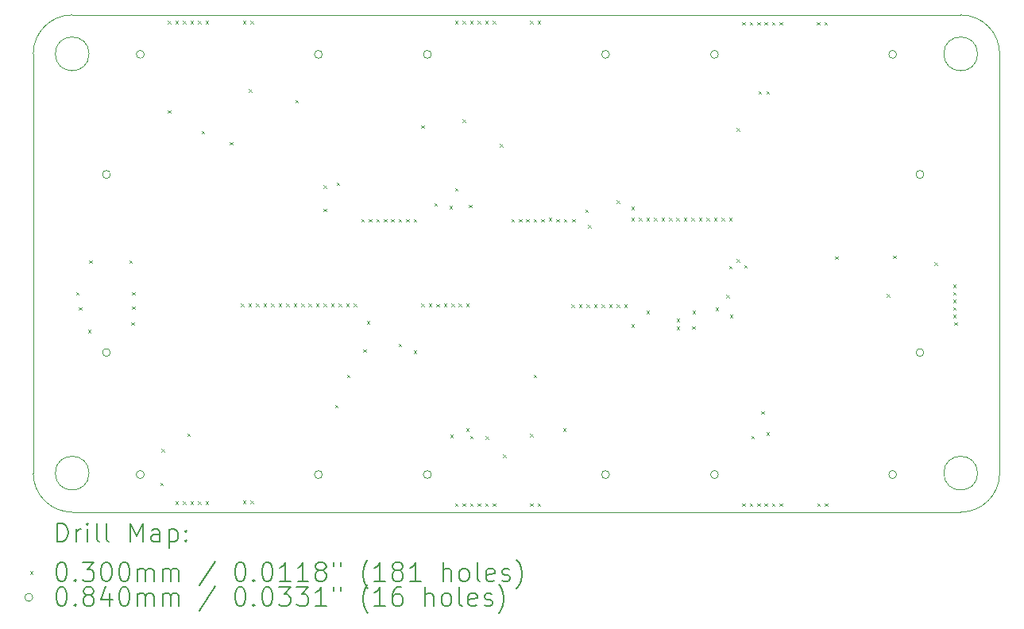
<source format=gbr>
%TF.GenerationSoftware,KiCad,Pcbnew,8.0.2-1*%
%TF.CreationDate,2025-02-24T13:25:55-05:00*%
%TF.ProjectId,ConcentratorBoardOctagon,436f6e63-656e-4747-9261-746f72426f61,rev?*%
%TF.SameCoordinates,Original*%
%TF.FileFunction,Drillmap*%
%TF.FilePolarity,Positive*%
%FSLAX45Y45*%
G04 Gerber Fmt 4.5, Leading zero omitted, Abs format (unit mm)*
G04 Created by KiCad (PCBNEW 8.0.2-1) date 2025-02-24 13:25:55*
%MOMM*%
%LPD*%
G01*
G04 APERTURE LIST*
%ADD10C,0.100000*%
%ADD11C,0.050000*%
%ADD12C,0.200000*%
G04 APERTURE END LIST*
D10*
X14735000Y-7350000D02*
G75*
G02*
X15150000Y-7765000I0J-415000D01*
G01*
D11*
X15150000Y-7765000D02*
X15150000Y-12235000D01*
D10*
X4850000Y-7765000D02*
G75*
G02*
X5265000Y-7350000I415000J0D01*
G01*
D11*
X5265000Y-12650000D02*
X14735000Y-12650000D01*
X5265000Y-7350000D02*
X14735000Y-7350000D01*
X4850000Y-7765000D02*
X4850000Y-12235000D01*
X5445000Y-12235000D02*
G75*
G02*
X5085000Y-12235000I-180000J0D01*
G01*
X5085000Y-12235000D02*
G75*
G02*
X5445000Y-12235000I180000J0D01*
G01*
X14915000Y-12235000D02*
G75*
G02*
X14555000Y-12235000I-180000J0D01*
G01*
X14555000Y-12235000D02*
G75*
G02*
X14915000Y-12235000I180000J0D01*
G01*
X14915000Y-7765000D02*
G75*
G02*
X14555000Y-7765000I-180000J0D01*
G01*
X14555000Y-7765000D02*
G75*
G02*
X14915000Y-7765000I180000J0D01*
G01*
X5265000Y-12650000D02*
G75*
G02*
X4850000Y-12235000I0J415000D01*
G01*
D10*
X15150000Y-12235000D02*
G75*
G02*
X14735000Y-12650000I-415000J0D01*
G01*
D11*
X5445000Y-7765000D02*
G75*
G02*
X5085000Y-7765000I-180000J0D01*
G01*
X5085000Y-7765000D02*
G75*
G02*
X5445000Y-7765000I180000J0D01*
G01*
D12*
D10*
X5305000Y-10305000D02*
X5335000Y-10335000D01*
X5335000Y-10305000D02*
X5305000Y-10335000D01*
X5335000Y-10465000D02*
X5365000Y-10495000D01*
X5365000Y-10465000D02*
X5335000Y-10495000D01*
X5435000Y-10705000D02*
X5465000Y-10735000D01*
X5465000Y-10705000D02*
X5435000Y-10735000D01*
X5445000Y-9965000D02*
X5475000Y-9995000D01*
X5475000Y-9965000D02*
X5445000Y-9995000D01*
X5875000Y-9965000D02*
X5905000Y-9995000D01*
X5905000Y-9965000D02*
X5875000Y-9995000D01*
X5895000Y-10625000D02*
X5925000Y-10655000D01*
X5925000Y-10625000D02*
X5895000Y-10655000D01*
X5905000Y-10305000D02*
X5935000Y-10335000D01*
X5935000Y-10305000D02*
X5905000Y-10335000D01*
X5905000Y-10455000D02*
X5935000Y-10485000D01*
X5935000Y-10455000D02*
X5905000Y-10485000D01*
X6205000Y-12335000D02*
X6235000Y-12365000D01*
X6235000Y-12335000D02*
X6205000Y-12365000D01*
X6215000Y-11975000D02*
X6245000Y-12005000D01*
X6245000Y-11975000D02*
X6215000Y-12005000D01*
X6285000Y-7415000D02*
X6315000Y-7445000D01*
X6315000Y-7415000D02*
X6285000Y-7445000D01*
X6285000Y-8365000D02*
X6315000Y-8395000D01*
X6315000Y-8365000D02*
X6285000Y-8395000D01*
X6365000Y-7415000D02*
X6395000Y-7445000D01*
X6395000Y-7415000D02*
X6365000Y-7445000D01*
X6365000Y-12535000D02*
X6395000Y-12565000D01*
X6395000Y-12535000D02*
X6365000Y-12565000D01*
X6445000Y-7415000D02*
X6475000Y-7445000D01*
X6475000Y-7415000D02*
X6445000Y-7445000D01*
X6445000Y-12535000D02*
X6475000Y-12565000D01*
X6475000Y-12535000D02*
X6445000Y-12565000D01*
X6492426Y-11812426D02*
X6522426Y-11842426D01*
X6522426Y-11812426D02*
X6492426Y-11842426D01*
X6525000Y-7415000D02*
X6555000Y-7445000D01*
X6555000Y-7415000D02*
X6525000Y-7445000D01*
X6525000Y-12535000D02*
X6555000Y-12565000D01*
X6555000Y-12535000D02*
X6525000Y-12565000D01*
X6605000Y-12535000D02*
X6635000Y-12565000D01*
X6635000Y-12535000D02*
X6605000Y-12565000D01*
X6607540Y-7415000D02*
X6637540Y-7445000D01*
X6637540Y-7415000D02*
X6607540Y-7445000D01*
X6645711Y-8584289D02*
X6675711Y-8614289D01*
X6675711Y-8584289D02*
X6645711Y-8614289D01*
X6685000Y-12535000D02*
X6715000Y-12565000D01*
X6715000Y-12535000D02*
X6685000Y-12565000D01*
X6687540Y-7415000D02*
X6717540Y-7445000D01*
X6717540Y-7415000D02*
X6687540Y-7445000D01*
X6945000Y-8705000D02*
X6975000Y-8735000D01*
X6975000Y-8705000D02*
X6945000Y-8735000D01*
X7065000Y-10425000D02*
X7095000Y-10455000D01*
X7095000Y-10425000D02*
X7065000Y-10455000D01*
X7085000Y-7415000D02*
X7115000Y-7445000D01*
X7115000Y-7415000D02*
X7085000Y-7445000D01*
X7085000Y-12525000D02*
X7115000Y-12555000D01*
X7115000Y-12525000D02*
X7085000Y-12555000D01*
X7145000Y-10425000D02*
X7175000Y-10455000D01*
X7175000Y-10425000D02*
X7145000Y-10455000D01*
X7150147Y-8139853D02*
X7180147Y-8169853D01*
X7180147Y-8139853D02*
X7150147Y-8169853D01*
X7165000Y-7415000D02*
X7195000Y-7445000D01*
X7195000Y-7415000D02*
X7165000Y-7445000D01*
X7165000Y-12525000D02*
X7195000Y-12555000D01*
X7195000Y-12525000D02*
X7165000Y-12555000D01*
X7225000Y-10425000D02*
X7255000Y-10455000D01*
X7255000Y-10425000D02*
X7225000Y-10455000D01*
X7305000Y-10425000D02*
X7335000Y-10455000D01*
X7335000Y-10425000D02*
X7305000Y-10455000D01*
X7385000Y-10425000D02*
X7415000Y-10455000D01*
X7415000Y-10425000D02*
X7385000Y-10455000D01*
X7465000Y-10425000D02*
X7495000Y-10455000D01*
X7495000Y-10425000D02*
X7465000Y-10455000D01*
X7545000Y-10425000D02*
X7575000Y-10455000D01*
X7575000Y-10425000D02*
X7545000Y-10455000D01*
X7625000Y-10425000D02*
X7655000Y-10455000D01*
X7655000Y-10425000D02*
X7625000Y-10455000D01*
X7645000Y-8255000D02*
X7675000Y-8285000D01*
X7675000Y-8255000D02*
X7645000Y-8285000D01*
X7705000Y-10425000D02*
X7735000Y-10455000D01*
X7735000Y-10425000D02*
X7705000Y-10455000D01*
X7785000Y-10425000D02*
X7815000Y-10455000D01*
X7815000Y-10425000D02*
X7785000Y-10455000D01*
X7865000Y-10425000D02*
X7895000Y-10455000D01*
X7895000Y-10425000D02*
X7865000Y-10455000D01*
X7945000Y-9165000D02*
X7975000Y-9195000D01*
X7975000Y-9165000D02*
X7945000Y-9195000D01*
X7945000Y-9415000D02*
X7975000Y-9445000D01*
X7975000Y-9415000D02*
X7945000Y-9445000D01*
X7945000Y-10425000D02*
X7975000Y-10455000D01*
X7975000Y-10425000D02*
X7945000Y-10455000D01*
X8025000Y-10425000D02*
X8055000Y-10455000D01*
X8055000Y-10425000D02*
X8025000Y-10455000D01*
X8065000Y-11505000D02*
X8095000Y-11535000D01*
X8095000Y-11505000D02*
X8065000Y-11535000D01*
X8085000Y-9135000D02*
X8115000Y-9165000D01*
X8115000Y-9135000D02*
X8085000Y-9165000D01*
X8105000Y-10425000D02*
X8135000Y-10455000D01*
X8135000Y-10425000D02*
X8105000Y-10455000D01*
X8185000Y-10425000D02*
X8215000Y-10455000D01*
X8215000Y-10425000D02*
X8185000Y-10455000D01*
X8195000Y-11185000D02*
X8225000Y-11215000D01*
X8225000Y-11185000D02*
X8195000Y-11215000D01*
X8265000Y-10425000D02*
X8295000Y-10455000D01*
X8295000Y-10425000D02*
X8265000Y-10455000D01*
X8345000Y-9525000D02*
X8375000Y-9555000D01*
X8375000Y-9525000D02*
X8345000Y-9555000D01*
X8365000Y-10915000D02*
X8395000Y-10945000D01*
X8395000Y-10915000D02*
X8365000Y-10945000D01*
X8405000Y-10615000D02*
X8435000Y-10645000D01*
X8435000Y-10615000D02*
X8405000Y-10645000D01*
X8425000Y-9525000D02*
X8455000Y-9555000D01*
X8455000Y-9525000D02*
X8425000Y-9555000D01*
X8505000Y-9525000D02*
X8535000Y-9555000D01*
X8535000Y-9525000D02*
X8505000Y-9555000D01*
X8585000Y-9525000D02*
X8615000Y-9555000D01*
X8615000Y-9525000D02*
X8585000Y-9555000D01*
X8665000Y-9525000D02*
X8695000Y-9555000D01*
X8695000Y-9525000D02*
X8665000Y-9555000D01*
X8745000Y-9525000D02*
X8775000Y-9555000D01*
X8775000Y-9525000D02*
X8745000Y-9555000D01*
X8745000Y-10855000D02*
X8775000Y-10885000D01*
X8775000Y-10855000D02*
X8745000Y-10885000D01*
X8825000Y-9525000D02*
X8855000Y-9555000D01*
X8855000Y-9525000D02*
X8825000Y-9555000D01*
X8905000Y-9525000D02*
X8935000Y-9555000D01*
X8935000Y-9525000D02*
X8905000Y-9555000D01*
X8905000Y-10925000D02*
X8935000Y-10955000D01*
X8935000Y-10925000D02*
X8905000Y-10955000D01*
X8985000Y-8525000D02*
X9015000Y-8555000D01*
X9015000Y-8525000D02*
X8985000Y-8555000D01*
X8985000Y-10425000D02*
X9015000Y-10455000D01*
X9015000Y-10425000D02*
X8985000Y-10455000D01*
X9065000Y-10425000D02*
X9095000Y-10455000D01*
X9095000Y-10425000D02*
X9065000Y-10455000D01*
X9125000Y-9355000D02*
X9155000Y-9385000D01*
X9155000Y-9355000D02*
X9125000Y-9385000D01*
X9145000Y-10429853D02*
X9175000Y-10459853D01*
X9175000Y-10429853D02*
X9145000Y-10459853D01*
X9225000Y-10425000D02*
X9255000Y-10455000D01*
X9255000Y-10425000D02*
X9225000Y-10455000D01*
X9285000Y-9385000D02*
X9315000Y-9415000D01*
X9315000Y-9385000D02*
X9285000Y-9415000D01*
X9295000Y-11825000D02*
X9325000Y-11855000D01*
X9325000Y-11825000D02*
X9295000Y-11855000D01*
X9305000Y-10425000D02*
X9335000Y-10455000D01*
X9335000Y-10425000D02*
X9305000Y-10455000D01*
X9345000Y-7415000D02*
X9375000Y-7445000D01*
X9375000Y-7415000D02*
X9345000Y-7445000D01*
X9345000Y-9195000D02*
X9375000Y-9225000D01*
X9375000Y-9195000D02*
X9345000Y-9225000D01*
X9345000Y-12555000D02*
X9375000Y-12585000D01*
X9375000Y-12555000D02*
X9345000Y-12585000D01*
X9385000Y-10425000D02*
X9415000Y-10455000D01*
X9415000Y-10425000D02*
X9385000Y-10455000D01*
X9425000Y-7415000D02*
X9455000Y-7445000D01*
X9455000Y-7415000D02*
X9425000Y-7445000D01*
X9425000Y-8465000D02*
X9455000Y-8495000D01*
X9455000Y-8465000D02*
X9425000Y-8495000D01*
X9425000Y-12555000D02*
X9455000Y-12585000D01*
X9455000Y-12555000D02*
X9425000Y-12585000D01*
X9465000Y-10425000D02*
X9495000Y-10455000D01*
X9495000Y-10425000D02*
X9465000Y-10455000D01*
X9465000Y-11755294D02*
X9495000Y-11785294D01*
X9495000Y-11755294D02*
X9465000Y-11785294D01*
X9492427Y-9372427D02*
X9522427Y-9402427D01*
X9522427Y-9372427D02*
X9492427Y-9402427D01*
X9505000Y-7415000D02*
X9535000Y-7445000D01*
X9535000Y-7415000D02*
X9505000Y-7445000D01*
X9505000Y-11835000D02*
X9535000Y-11865000D01*
X9535000Y-11835000D02*
X9505000Y-11865000D01*
X9505000Y-12555000D02*
X9535000Y-12585000D01*
X9535000Y-12555000D02*
X9505000Y-12585000D01*
X9585000Y-7415000D02*
X9615000Y-7445000D01*
X9615000Y-7415000D02*
X9585000Y-7445000D01*
X9585000Y-12555000D02*
X9615000Y-12585000D01*
X9615000Y-12555000D02*
X9585000Y-12585000D01*
X9665000Y-7415000D02*
X9695000Y-7445000D01*
X9695000Y-7415000D02*
X9665000Y-7445000D01*
X9665000Y-12555000D02*
X9695000Y-12585000D01*
X9695000Y-12555000D02*
X9665000Y-12585000D01*
X9672427Y-11842426D02*
X9702427Y-11872426D01*
X9702427Y-11842426D02*
X9672427Y-11872426D01*
X9745000Y-7415000D02*
X9775000Y-7445000D01*
X9775000Y-7415000D02*
X9745000Y-7445000D01*
X9745000Y-12555000D02*
X9775000Y-12585000D01*
X9775000Y-12555000D02*
X9745000Y-12585000D01*
X9825000Y-8725000D02*
X9855000Y-8755000D01*
X9855000Y-8725000D02*
X9825000Y-8755000D01*
X9855000Y-12035000D02*
X9885000Y-12065000D01*
X9885000Y-12035000D02*
X9855000Y-12065000D01*
X9945000Y-9525000D02*
X9975000Y-9555000D01*
X9975000Y-9525000D02*
X9945000Y-9555000D01*
X10025000Y-9525000D02*
X10055000Y-9555000D01*
X10055000Y-9525000D02*
X10025000Y-9555000D01*
X10105001Y-9525000D02*
X10135001Y-9555000D01*
X10135001Y-9525000D02*
X10105001Y-9555000D01*
X10145000Y-7415000D02*
X10175000Y-7445000D01*
X10175000Y-7415000D02*
X10145000Y-7445000D01*
X10145000Y-11815000D02*
X10175000Y-11845000D01*
X10175000Y-11815000D02*
X10145000Y-11845000D01*
X10145000Y-12555000D02*
X10175000Y-12585000D01*
X10175000Y-12555000D02*
X10145000Y-12585000D01*
X10185000Y-11185000D02*
X10215000Y-11215000D01*
X10215000Y-11185000D02*
X10185000Y-11215000D01*
X10185001Y-9525000D02*
X10215001Y-9555000D01*
X10215001Y-9525000D02*
X10185001Y-9555000D01*
X10225000Y-7415000D02*
X10255000Y-7445000D01*
X10255000Y-7415000D02*
X10225000Y-7445000D01*
X10225000Y-12555000D02*
X10255000Y-12585000D01*
X10255000Y-12555000D02*
X10225000Y-12585000D01*
X10265001Y-9525000D02*
X10295001Y-9555000D01*
X10295001Y-9525000D02*
X10265001Y-9555000D01*
X10345000Y-9515000D02*
X10375000Y-9545000D01*
X10375000Y-9515000D02*
X10345000Y-9545000D01*
X10425000Y-9525000D02*
X10455000Y-9555000D01*
X10455000Y-9525000D02*
X10425000Y-9555000D01*
X10495000Y-11755000D02*
X10525000Y-11785000D01*
X10525000Y-11755000D02*
X10495000Y-11785000D01*
X10505000Y-9525000D02*
X10535000Y-9555000D01*
X10535000Y-9525000D02*
X10505000Y-9555000D01*
X10585000Y-10435000D02*
X10615000Y-10465000D01*
X10615000Y-10435000D02*
X10585000Y-10465000D01*
X10595000Y-9525000D02*
X10625000Y-9555000D01*
X10625000Y-9525000D02*
X10595000Y-9555000D01*
X10665000Y-10435000D02*
X10695000Y-10465000D01*
X10695000Y-10435000D02*
X10665000Y-10465000D01*
X10735000Y-9425000D02*
X10765000Y-9455000D01*
X10765000Y-9425000D02*
X10735000Y-9455000D01*
X10747427Y-10437427D02*
X10777427Y-10467427D01*
X10777427Y-10437427D02*
X10747427Y-10467427D01*
X10765000Y-9589853D02*
X10795000Y-9619853D01*
X10795000Y-9589853D02*
X10765000Y-9619853D01*
X10827388Y-10434925D02*
X10857388Y-10464925D01*
X10857388Y-10434925D02*
X10827388Y-10464925D01*
X10907388Y-10435002D02*
X10937388Y-10465002D01*
X10937388Y-10435002D02*
X10907388Y-10465002D01*
X10987388Y-10435000D02*
X11017388Y-10465000D01*
X11017388Y-10435000D02*
X10987388Y-10465000D01*
X11067279Y-9327279D02*
X11097279Y-9357279D01*
X11097279Y-9327279D02*
X11067279Y-9357279D01*
X11067388Y-10435000D02*
X11097388Y-10465000D01*
X11097388Y-10435000D02*
X11067388Y-10465000D01*
X11147389Y-10435000D02*
X11177389Y-10465000D01*
X11177389Y-10435000D02*
X11147389Y-10465000D01*
X11224332Y-9396275D02*
X11254332Y-9426275D01*
X11254332Y-9396275D02*
X11224332Y-9426275D01*
X11224999Y-9515000D02*
X11254999Y-9545000D01*
X11254999Y-9515000D02*
X11224999Y-9545000D01*
X11225000Y-10645000D02*
X11255000Y-10675000D01*
X11255000Y-10645000D02*
X11225000Y-10675000D01*
X11305000Y-9515000D02*
X11335000Y-9545000D01*
X11335000Y-9515000D02*
X11305000Y-9545000D01*
X11385000Y-9515000D02*
X11415000Y-9545000D01*
X11415000Y-9515000D02*
X11385000Y-9545000D01*
X11385000Y-10505000D02*
X11415000Y-10535000D01*
X11415000Y-10505000D02*
X11385000Y-10535000D01*
X11465000Y-9515000D02*
X11495000Y-9545000D01*
X11495000Y-9515000D02*
X11465000Y-9545000D01*
X11545000Y-9515000D02*
X11575000Y-9545000D01*
X11575000Y-9515000D02*
X11545000Y-9545000D01*
X11625000Y-9515000D02*
X11655000Y-9545000D01*
X11655000Y-9515000D02*
X11625000Y-9545000D01*
X11705000Y-9515000D02*
X11735000Y-9545000D01*
X11735000Y-9515000D02*
X11705000Y-9545000D01*
X11706264Y-10673715D02*
X11736264Y-10703715D01*
X11736264Y-10673715D02*
X11706264Y-10703715D01*
X11707220Y-10589819D02*
X11737220Y-10619819D01*
X11737220Y-10589819D02*
X11707220Y-10619819D01*
X11785000Y-9515000D02*
X11815000Y-9545000D01*
X11815000Y-9515000D02*
X11785000Y-9545000D01*
X11865000Y-9515000D02*
X11895000Y-9545000D01*
X11895000Y-9515000D02*
X11865000Y-9545000D01*
X11872764Y-10668500D02*
X11902764Y-10698500D01*
X11902764Y-10668500D02*
X11872764Y-10698500D01*
X11875000Y-10505000D02*
X11905000Y-10535000D01*
X11905000Y-10505000D02*
X11875000Y-10535000D01*
X11945000Y-9515000D02*
X11975000Y-9545000D01*
X11975000Y-9515000D02*
X11945000Y-9545000D01*
X12025000Y-9515000D02*
X12055000Y-9545000D01*
X12055000Y-9515000D02*
X12025000Y-9545000D01*
X12105000Y-9515000D02*
X12135000Y-9545000D01*
X12135000Y-9515000D02*
X12105000Y-9545000D01*
X12122573Y-10467427D02*
X12152573Y-10497427D01*
X12152573Y-10467427D02*
X12122573Y-10497427D01*
X12185000Y-9515000D02*
X12215000Y-9545000D01*
X12215000Y-9515000D02*
X12185000Y-9545000D01*
X12235000Y-10335000D02*
X12265000Y-10365000D01*
X12265000Y-10335000D02*
X12235000Y-10365000D01*
X12265000Y-9515000D02*
X12295000Y-9545000D01*
X12295000Y-9515000D02*
X12265000Y-9545000D01*
X12265000Y-10025000D02*
X12295000Y-10055000D01*
X12295000Y-10025000D02*
X12265000Y-10055000D01*
X12275000Y-10545000D02*
X12305000Y-10575000D01*
X12305000Y-10545000D02*
X12275000Y-10575000D01*
X12345000Y-8555000D02*
X12375000Y-8585000D01*
X12375000Y-8555000D02*
X12345000Y-8585000D01*
X12345000Y-9955000D02*
X12375000Y-9985000D01*
X12375000Y-9955000D02*
X12345000Y-9985000D01*
X12404999Y-7425000D02*
X12434999Y-7455000D01*
X12434999Y-7425000D02*
X12404999Y-7455000D01*
X12405000Y-12555000D02*
X12435000Y-12585000D01*
X12435000Y-12555000D02*
X12405000Y-12585000D01*
X12425000Y-10015000D02*
X12455000Y-10045000D01*
X12455000Y-10015000D02*
X12425000Y-10045000D01*
X12484999Y-7425000D02*
X12514999Y-7455000D01*
X12514999Y-7425000D02*
X12484999Y-7455000D01*
X12485000Y-12555000D02*
X12515000Y-12585000D01*
X12515000Y-12555000D02*
X12485000Y-12585000D01*
X12505000Y-11835000D02*
X12535000Y-11865000D01*
X12535000Y-11835000D02*
X12505000Y-11865000D01*
X12564999Y-7425000D02*
X12594999Y-7455000D01*
X12594999Y-7425000D02*
X12564999Y-7455000D01*
X12565000Y-12555000D02*
X12595000Y-12585000D01*
X12595000Y-12555000D02*
X12565000Y-12585000D01*
X12580711Y-8160711D02*
X12610711Y-8190711D01*
X12610711Y-8160711D02*
X12580711Y-8190711D01*
X12609558Y-11575000D02*
X12639558Y-11605000D01*
X12639558Y-11575000D02*
X12609558Y-11605000D01*
X12645000Y-7425000D02*
X12675000Y-7455000D01*
X12675000Y-7425000D02*
X12645000Y-7455000D01*
X12645000Y-12555000D02*
X12675000Y-12585000D01*
X12675000Y-12555000D02*
X12645000Y-12585000D01*
X12665000Y-8161274D02*
X12695000Y-8191274D01*
X12695000Y-8161274D02*
X12665000Y-8191274D01*
X12665000Y-11796637D02*
X12695000Y-11826637D01*
X12695000Y-11796637D02*
X12665000Y-11826637D01*
X12725000Y-7425000D02*
X12755000Y-7455000D01*
X12755000Y-7425000D02*
X12725000Y-7455000D01*
X12725000Y-12555000D02*
X12755000Y-12585000D01*
X12755000Y-12555000D02*
X12725000Y-12585000D01*
X12805000Y-7425000D02*
X12835000Y-7455000D01*
X12835000Y-7425000D02*
X12805000Y-7455000D01*
X12805000Y-12555000D02*
X12835000Y-12585000D01*
X12835000Y-12555000D02*
X12805000Y-12585000D01*
X13203892Y-7425000D02*
X13233892Y-7455000D01*
X13233892Y-7425000D02*
X13203892Y-7455000D01*
X13205000Y-12555000D02*
X13235000Y-12585000D01*
X13235000Y-12555000D02*
X13205000Y-12585000D01*
X13283893Y-7423893D02*
X13313893Y-7453893D01*
X13313893Y-7423893D02*
X13283893Y-7453893D01*
X13285000Y-12555000D02*
X13315000Y-12585000D01*
X13315000Y-12555000D02*
X13285000Y-12585000D01*
X13395000Y-9925000D02*
X13425000Y-9955000D01*
X13425000Y-9925000D02*
X13395000Y-9955000D01*
X13945000Y-10325000D02*
X13975000Y-10355000D01*
X13975000Y-10325000D02*
X13945000Y-10355000D01*
X14015000Y-9915000D02*
X14045000Y-9945000D01*
X14045000Y-9915000D02*
X14015000Y-9945000D01*
X14455000Y-9985000D02*
X14485000Y-10015000D01*
X14485000Y-9985000D02*
X14455000Y-10015000D01*
X14655000Y-10225000D02*
X14685000Y-10255000D01*
X14685000Y-10225000D02*
X14655000Y-10255000D01*
X14655000Y-10305000D02*
X14685000Y-10335000D01*
X14685000Y-10305000D02*
X14655000Y-10335000D01*
X14655000Y-10385000D02*
X14685000Y-10415000D01*
X14685000Y-10385000D02*
X14655000Y-10415000D01*
X14655000Y-10465000D02*
X14685000Y-10495000D01*
X14685000Y-10465000D02*
X14655000Y-10495000D01*
X14655000Y-10545000D02*
X14685000Y-10575000D01*
X14685000Y-10545000D02*
X14655000Y-10575000D01*
X14665000Y-10625000D02*
X14695000Y-10655000D01*
X14695000Y-10625000D02*
X14665000Y-10655000D01*
X5672000Y-9050500D02*
G75*
G02*
X5588000Y-9050500I-42000J0D01*
G01*
X5588000Y-9050500D02*
G75*
G02*
X5672000Y-9050500I42000J0D01*
G01*
X5672000Y-10949500D02*
G75*
G02*
X5588000Y-10949500I-42000J0D01*
G01*
X5588000Y-10949500D02*
G75*
G02*
X5672000Y-10949500I42000J0D01*
G01*
X6032500Y-7770000D02*
G75*
G02*
X5948500Y-7770000I-42000J0D01*
G01*
X5948500Y-7770000D02*
G75*
G02*
X6032500Y-7770000I42000J0D01*
G01*
X6032500Y-12250000D02*
G75*
G02*
X5948500Y-12250000I-42000J0D01*
G01*
X5948500Y-12250000D02*
G75*
G02*
X6032500Y-12250000I42000J0D01*
G01*
X7931500Y-7770000D02*
G75*
G02*
X7847500Y-7770000I-42000J0D01*
G01*
X7847500Y-7770000D02*
G75*
G02*
X7931500Y-7770000I42000J0D01*
G01*
X7931500Y-12250000D02*
G75*
G02*
X7847500Y-12250000I-42000J0D01*
G01*
X7847500Y-12250000D02*
G75*
G02*
X7931500Y-12250000I42000J0D01*
G01*
X9092500Y-7770000D02*
G75*
G02*
X9008500Y-7770000I-42000J0D01*
G01*
X9008500Y-7770000D02*
G75*
G02*
X9092500Y-7770000I42000J0D01*
G01*
X9092500Y-12250000D02*
G75*
G02*
X9008500Y-12250000I-42000J0D01*
G01*
X9008500Y-12250000D02*
G75*
G02*
X9092500Y-12250000I42000J0D01*
G01*
X10991500Y-7770000D02*
G75*
G02*
X10907500Y-7770000I-42000J0D01*
G01*
X10907500Y-7770000D02*
G75*
G02*
X10991500Y-7770000I42000J0D01*
G01*
X10991500Y-12250000D02*
G75*
G02*
X10907500Y-12250000I-42000J0D01*
G01*
X10907500Y-12250000D02*
G75*
G02*
X10991500Y-12250000I42000J0D01*
G01*
X12152500Y-7770000D02*
G75*
G02*
X12068500Y-7770000I-42000J0D01*
G01*
X12068500Y-7770000D02*
G75*
G02*
X12152500Y-7770000I42000J0D01*
G01*
X12152500Y-12250000D02*
G75*
G02*
X12068500Y-12250000I-42000J0D01*
G01*
X12068500Y-12250000D02*
G75*
G02*
X12152500Y-12250000I42000J0D01*
G01*
X14051500Y-7770000D02*
G75*
G02*
X13967500Y-7770000I-42000J0D01*
G01*
X13967500Y-7770000D02*
G75*
G02*
X14051500Y-7770000I42000J0D01*
G01*
X14051500Y-12250000D02*
G75*
G02*
X13967500Y-12250000I-42000J0D01*
G01*
X13967500Y-12250000D02*
G75*
G02*
X14051500Y-12250000I42000J0D01*
G01*
X14342000Y-9050500D02*
G75*
G02*
X14258000Y-9050500I-42000J0D01*
G01*
X14258000Y-9050500D02*
G75*
G02*
X14342000Y-9050500I42000J0D01*
G01*
X14342000Y-10949500D02*
G75*
G02*
X14258000Y-10949500I-42000J0D01*
G01*
X14258000Y-10949500D02*
G75*
G02*
X14342000Y-10949500I42000J0D01*
G01*
D12*
X5105777Y-12966484D02*
X5105777Y-12766484D01*
X5105777Y-12766484D02*
X5153396Y-12766484D01*
X5153396Y-12766484D02*
X5181967Y-12776008D01*
X5181967Y-12776008D02*
X5201015Y-12795055D01*
X5201015Y-12795055D02*
X5210539Y-12814103D01*
X5210539Y-12814103D02*
X5220063Y-12852198D01*
X5220063Y-12852198D02*
X5220063Y-12880769D01*
X5220063Y-12880769D02*
X5210539Y-12918865D01*
X5210539Y-12918865D02*
X5201015Y-12937912D01*
X5201015Y-12937912D02*
X5181967Y-12956960D01*
X5181967Y-12956960D02*
X5153396Y-12966484D01*
X5153396Y-12966484D02*
X5105777Y-12966484D01*
X5305777Y-12966484D02*
X5305777Y-12833150D01*
X5305777Y-12871246D02*
X5315301Y-12852198D01*
X5315301Y-12852198D02*
X5324824Y-12842674D01*
X5324824Y-12842674D02*
X5343872Y-12833150D01*
X5343872Y-12833150D02*
X5362920Y-12833150D01*
X5429586Y-12966484D02*
X5429586Y-12833150D01*
X5429586Y-12766484D02*
X5420063Y-12776008D01*
X5420063Y-12776008D02*
X5429586Y-12785531D01*
X5429586Y-12785531D02*
X5439110Y-12776008D01*
X5439110Y-12776008D02*
X5429586Y-12766484D01*
X5429586Y-12766484D02*
X5429586Y-12785531D01*
X5553396Y-12966484D02*
X5534348Y-12956960D01*
X5534348Y-12956960D02*
X5524824Y-12937912D01*
X5524824Y-12937912D02*
X5524824Y-12766484D01*
X5658158Y-12966484D02*
X5639110Y-12956960D01*
X5639110Y-12956960D02*
X5629586Y-12937912D01*
X5629586Y-12937912D02*
X5629586Y-12766484D01*
X5886729Y-12966484D02*
X5886729Y-12766484D01*
X5886729Y-12766484D02*
X5953396Y-12909341D01*
X5953396Y-12909341D02*
X6020062Y-12766484D01*
X6020062Y-12766484D02*
X6020062Y-12966484D01*
X6201015Y-12966484D02*
X6201015Y-12861722D01*
X6201015Y-12861722D02*
X6191491Y-12842674D01*
X6191491Y-12842674D02*
X6172443Y-12833150D01*
X6172443Y-12833150D02*
X6134348Y-12833150D01*
X6134348Y-12833150D02*
X6115301Y-12842674D01*
X6201015Y-12956960D02*
X6181967Y-12966484D01*
X6181967Y-12966484D02*
X6134348Y-12966484D01*
X6134348Y-12966484D02*
X6115301Y-12956960D01*
X6115301Y-12956960D02*
X6105777Y-12937912D01*
X6105777Y-12937912D02*
X6105777Y-12918865D01*
X6105777Y-12918865D02*
X6115301Y-12899817D01*
X6115301Y-12899817D02*
X6134348Y-12890293D01*
X6134348Y-12890293D02*
X6181967Y-12890293D01*
X6181967Y-12890293D02*
X6201015Y-12880769D01*
X6296253Y-12833150D02*
X6296253Y-13033150D01*
X6296253Y-12842674D02*
X6315301Y-12833150D01*
X6315301Y-12833150D02*
X6353396Y-12833150D01*
X6353396Y-12833150D02*
X6372443Y-12842674D01*
X6372443Y-12842674D02*
X6381967Y-12852198D01*
X6381967Y-12852198D02*
X6391491Y-12871246D01*
X6391491Y-12871246D02*
X6391491Y-12928388D01*
X6391491Y-12928388D02*
X6381967Y-12947436D01*
X6381967Y-12947436D02*
X6372443Y-12956960D01*
X6372443Y-12956960D02*
X6353396Y-12966484D01*
X6353396Y-12966484D02*
X6315301Y-12966484D01*
X6315301Y-12966484D02*
X6296253Y-12956960D01*
X6477205Y-12947436D02*
X6486729Y-12956960D01*
X6486729Y-12956960D02*
X6477205Y-12966484D01*
X6477205Y-12966484D02*
X6467682Y-12956960D01*
X6467682Y-12956960D02*
X6477205Y-12947436D01*
X6477205Y-12947436D02*
X6477205Y-12966484D01*
X6477205Y-12842674D02*
X6486729Y-12852198D01*
X6486729Y-12852198D02*
X6477205Y-12861722D01*
X6477205Y-12861722D02*
X6467682Y-12852198D01*
X6467682Y-12852198D02*
X6477205Y-12842674D01*
X6477205Y-12842674D02*
X6477205Y-12861722D01*
D10*
X4815000Y-13280000D02*
X4845000Y-13310000D01*
X4845000Y-13280000D02*
X4815000Y-13310000D01*
D12*
X5143872Y-13186484D02*
X5162920Y-13186484D01*
X5162920Y-13186484D02*
X5181967Y-13196008D01*
X5181967Y-13196008D02*
X5191491Y-13205531D01*
X5191491Y-13205531D02*
X5201015Y-13224579D01*
X5201015Y-13224579D02*
X5210539Y-13262674D01*
X5210539Y-13262674D02*
X5210539Y-13310293D01*
X5210539Y-13310293D02*
X5201015Y-13348388D01*
X5201015Y-13348388D02*
X5191491Y-13367436D01*
X5191491Y-13367436D02*
X5181967Y-13376960D01*
X5181967Y-13376960D02*
X5162920Y-13386484D01*
X5162920Y-13386484D02*
X5143872Y-13386484D01*
X5143872Y-13386484D02*
X5124824Y-13376960D01*
X5124824Y-13376960D02*
X5115301Y-13367436D01*
X5115301Y-13367436D02*
X5105777Y-13348388D01*
X5105777Y-13348388D02*
X5096253Y-13310293D01*
X5096253Y-13310293D02*
X5096253Y-13262674D01*
X5096253Y-13262674D02*
X5105777Y-13224579D01*
X5105777Y-13224579D02*
X5115301Y-13205531D01*
X5115301Y-13205531D02*
X5124824Y-13196008D01*
X5124824Y-13196008D02*
X5143872Y-13186484D01*
X5296253Y-13367436D02*
X5305777Y-13376960D01*
X5305777Y-13376960D02*
X5296253Y-13386484D01*
X5296253Y-13386484D02*
X5286729Y-13376960D01*
X5286729Y-13376960D02*
X5296253Y-13367436D01*
X5296253Y-13367436D02*
X5296253Y-13386484D01*
X5372444Y-13186484D02*
X5496253Y-13186484D01*
X5496253Y-13186484D02*
X5429586Y-13262674D01*
X5429586Y-13262674D02*
X5458158Y-13262674D01*
X5458158Y-13262674D02*
X5477205Y-13272198D01*
X5477205Y-13272198D02*
X5486729Y-13281722D01*
X5486729Y-13281722D02*
X5496253Y-13300769D01*
X5496253Y-13300769D02*
X5496253Y-13348388D01*
X5496253Y-13348388D02*
X5486729Y-13367436D01*
X5486729Y-13367436D02*
X5477205Y-13376960D01*
X5477205Y-13376960D02*
X5458158Y-13386484D01*
X5458158Y-13386484D02*
X5401015Y-13386484D01*
X5401015Y-13386484D02*
X5381967Y-13376960D01*
X5381967Y-13376960D02*
X5372444Y-13367436D01*
X5620062Y-13186484D02*
X5639110Y-13186484D01*
X5639110Y-13186484D02*
X5658158Y-13196008D01*
X5658158Y-13196008D02*
X5667682Y-13205531D01*
X5667682Y-13205531D02*
X5677205Y-13224579D01*
X5677205Y-13224579D02*
X5686729Y-13262674D01*
X5686729Y-13262674D02*
X5686729Y-13310293D01*
X5686729Y-13310293D02*
X5677205Y-13348388D01*
X5677205Y-13348388D02*
X5667682Y-13367436D01*
X5667682Y-13367436D02*
X5658158Y-13376960D01*
X5658158Y-13376960D02*
X5639110Y-13386484D01*
X5639110Y-13386484D02*
X5620062Y-13386484D01*
X5620062Y-13386484D02*
X5601015Y-13376960D01*
X5601015Y-13376960D02*
X5591491Y-13367436D01*
X5591491Y-13367436D02*
X5581967Y-13348388D01*
X5581967Y-13348388D02*
X5572444Y-13310293D01*
X5572444Y-13310293D02*
X5572444Y-13262674D01*
X5572444Y-13262674D02*
X5581967Y-13224579D01*
X5581967Y-13224579D02*
X5591491Y-13205531D01*
X5591491Y-13205531D02*
X5601015Y-13196008D01*
X5601015Y-13196008D02*
X5620062Y-13186484D01*
X5810539Y-13186484D02*
X5829586Y-13186484D01*
X5829586Y-13186484D02*
X5848634Y-13196008D01*
X5848634Y-13196008D02*
X5858158Y-13205531D01*
X5858158Y-13205531D02*
X5867682Y-13224579D01*
X5867682Y-13224579D02*
X5877205Y-13262674D01*
X5877205Y-13262674D02*
X5877205Y-13310293D01*
X5877205Y-13310293D02*
X5867682Y-13348388D01*
X5867682Y-13348388D02*
X5858158Y-13367436D01*
X5858158Y-13367436D02*
X5848634Y-13376960D01*
X5848634Y-13376960D02*
X5829586Y-13386484D01*
X5829586Y-13386484D02*
X5810539Y-13386484D01*
X5810539Y-13386484D02*
X5791491Y-13376960D01*
X5791491Y-13376960D02*
X5781967Y-13367436D01*
X5781967Y-13367436D02*
X5772443Y-13348388D01*
X5772443Y-13348388D02*
X5762920Y-13310293D01*
X5762920Y-13310293D02*
X5762920Y-13262674D01*
X5762920Y-13262674D02*
X5772443Y-13224579D01*
X5772443Y-13224579D02*
X5781967Y-13205531D01*
X5781967Y-13205531D02*
X5791491Y-13196008D01*
X5791491Y-13196008D02*
X5810539Y-13186484D01*
X5962920Y-13386484D02*
X5962920Y-13253150D01*
X5962920Y-13272198D02*
X5972443Y-13262674D01*
X5972443Y-13262674D02*
X5991491Y-13253150D01*
X5991491Y-13253150D02*
X6020063Y-13253150D01*
X6020063Y-13253150D02*
X6039110Y-13262674D01*
X6039110Y-13262674D02*
X6048634Y-13281722D01*
X6048634Y-13281722D02*
X6048634Y-13386484D01*
X6048634Y-13281722D02*
X6058158Y-13262674D01*
X6058158Y-13262674D02*
X6077205Y-13253150D01*
X6077205Y-13253150D02*
X6105777Y-13253150D01*
X6105777Y-13253150D02*
X6124824Y-13262674D01*
X6124824Y-13262674D02*
X6134348Y-13281722D01*
X6134348Y-13281722D02*
X6134348Y-13386484D01*
X6229586Y-13386484D02*
X6229586Y-13253150D01*
X6229586Y-13272198D02*
X6239110Y-13262674D01*
X6239110Y-13262674D02*
X6258158Y-13253150D01*
X6258158Y-13253150D02*
X6286729Y-13253150D01*
X6286729Y-13253150D02*
X6305777Y-13262674D01*
X6305777Y-13262674D02*
X6315301Y-13281722D01*
X6315301Y-13281722D02*
X6315301Y-13386484D01*
X6315301Y-13281722D02*
X6324824Y-13262674D01*
X6324824Y-13262674D02*
X6343872Y-13253150D01*
X6343872Y-13253150D02*
X6372443Y-13253150D01*
X6372443Y-13253150D02*
X6391491Y-13262674D01*
X6391491Y-13262674D02*
X6401015Y-13281722D01*
X6401015Y-13281722D02*
X6401015Y-13386484D01*
X6791491Y-13176960D02*
X6620063Y-13434103D01*
X7048634Y-13186484D02*
X7067682Y-13186484D01*
X7067682Y-13186484D02*
X7086729Y-13196008D01*
X7086729Y-13196008D02*
X7096253Y-13205531D01*
X7096253Y-13205531D02*
X7105777Y-13224579D01*
X7105777Y-13224579D02*
X7115301Y-13262674D01*
X7115301Y-13262674D02*
X7115301Y-13310293D01*
X7115301Y-13310293D02*
X7105777Y-13348388D01*
X7105777Y-13348388D02*
X7096253Y-13367436D01*
X7096253Y-13367436D02*
X7086729Y-13376960D01*
X7086729Y-13376960D02*
X7067682Y-13386484D01*
X7067682Y-13386484D02*
X7048634Y-13386484D01*
X7048634Y-13386484D02*
X7029586Y-13376960D01*
X7029586Y-13376960D02*
X7020063Y-13367436D01*
X7020063Y-13367436D02*
X7010539Y-13348388D01*
X7010539Y-13348388D02*
X7001015Y-13310293D01*
X7001015Y-13310293D02*
X7001015Y-13262674D01*
X7001015Y-13262674D02*
X7010539Y-13224579D01*
X7010539Y-13224579D02*
X7020063Y-13205531D01*
X7020063Y-13205531D02*
X7029586Y-13196008D01*
X7029586Y-13196008D02*
X7048634Y-13186484D01*
X7201015Y-13367436D02*
X7210539Y-13376960D01*
X7210539Y-13376960D02*
X7201015Y-13386484D01*
X7201015Y-13386484D02*
X7191491Y-13376960D01*
X7191491Y-13376960D02*
X7201015Y-13367436D01*
X7201015Y-13367436D02*
X7201015Y-13386484D01*
X7334348Y-13186484D02*
X7353396Y-13186484D01*
X7353396Y-13186484D02*
X7372444Y-13196008D01*
X7372444Y-13196008D02*
X7381967Y-13205531D01*
X7381967Y-13205531D02*
X7391491Y-13224579D01*
X7391491Y-13224579D02*
X7401015Y-13262674D01*
X7401015Y-13262674D02*
X7401015Y-13310293D01*
X7401015Y-13310293D02*
X7391491Y-13348388D01*
X7391491Y-13348388D02*
X7381967Y-13367436D01*
X7381967Y-13367436D02*
X7372444Y-13376960D01*
X7372444Y-13376960D02*
X7353396Y-13386484D01*
X7353396Y-13386484D02*
X7334348Y-13386484D01*
X7334348Y-13386484D02*
X7315301Y-13376960D01*
X7315301Y-13376960D02*
X7305777Y-13367436D01*
X7305777Y-13367436D02*
X7296253Y-13348388D01*
X7296253Y-13348388D02*
X7286729Y-13310293D01*
X7286729Y-13310293D02*
X7286729Y-13262674D01*
X7286729Y-13262674D02*
X7296253Y-13224579D01*
X7296253Y-13224579D02*
X7305777Y-13205531D01*
X7305777Y-13205531D02*
X7315301Y-13196008D01*
X7315301Y-13196008D02*
X7334348Y-13186484D01*
X7591491Y-13386484D02*
X7477206Y-13386484D01*
X7534348Y-13386484D02*
X7534348Y-13186484D01*
X7534348Y-13186484D02*
X7515301Y-13215055D01*
X7515301Y-13215055D02*
X7496253Y-13234103D01*
X7496253Y-13234103D02*
X7477206Y-13243627D01*
X7781967Y-13386484D02*
X7667682Y-13386484D01*
X7724825Y-13386484D02*
X7724825Y-13186484D01*
X7724825Y-13186484D02*
X7705777Y-13215055D01*
X7705777Y-13215055D02*
X7686729Y-13234103D01*
X7686729Y-13234103D02*
X7667682Y-13243627D01*
X7896253Y-13272198D02*
X7877206Y-13262674D01*
X7877206Y-13262674D02*
X7867682Y-13253150D01*
X7867682Y-13253150D02*
X7858158Y-13234103D01*
X7858158Y-13234103D02*
X7858158Y-13224579D01*
X7858158Y-13224579D02*
X7867682Y-13205531D01*
X7867682Y-13205531D02*
X7877206Y-13196008D01*
X7877206Y-13196008D02*
X7896253Y-13186484D01*
X7896253Y-13186484D02*
X7934348Y-13186484D01*
X7934348Y-13186484D02*
X7953396Y-13196008D01*
X7953396Y-13196008D02*
X7962920Y-13205531D01*
X7962920Y-13205531D02*
X7972444Y-13224579D01*
X7972444Y-13224579D02*
X7972444Y-13234103D01*
X7972444Y-13234103D02*
X7962920Y-13253150D01*
X7962920Y-13253150D02*
X7953396Y-13262674D01*
X7953396Y-13262674D02*
X7934348Y-13272198D01*
X7934348Y-13272198D02*
X7896253Y-13272198D01*
X7896253Y-13272198D02*
X7877206Y-13281722D01*
X7877206Y-13281722D02*
X7867682Y-13291246D01*
X7867682Y-13291246D02*
X7858158Y-13310293D01*
X7858158Y-13310293D02*
X7858158Y-13348388D01*
X7858158Y-13348388D02*
X7867682Y-13367436D01*
X7867682Y-13367436D02*
X7877206Y-13376960D01*
X7877206Y-13376960D02*
X7896253Y-13386484D01*
X7896253Y-13386484D02*
X7934348Y-13386484D01*
X7934348Y-13386484D02*
X7953396Y-13376960D01*
X7953396Y-13376960D02*
X7962920Y-13367436D01*
X7962920Y-13367436D02*
X7972444Y-13348388D01*
X7972444Y-13348388D02*
X7972444Y-13310293D01*
X7972444Y-13310293D02*
X7962920Y-13291246D01*
X7962920Y-13291246D02*
X7953396Y-13281722D01*
X7953396Y-13281722D02*
X7934348Y-13272198D01*
X8048634Y-13186484D02*
X8048634Y-13224579D01*
X8124825Y-13186484D02*
X8124825Y-13224579D01*
X8420063Y-13462674D02*
X8410539Y-13453150D01*
X8410539Y-13453150D02*
X8391491Y-13424579D01*
X8391491Y-13424579D02*
X8381968Y-13405531D01*
X8381968Y-13405531D02*
X8372444Y-13376960D01*
X8372444Y-13376960D02*
X8362920Y-13329341D01*
X8362920Y-13329341D02*
X8362920Y-13291246D01*
X8362920Y-13291246D02*
X8372444Y-13243627D01*
X8372444Y-13243627D02*
X8381968Y-13215055D01*
X8381968Y-13215055D02*
X8391491Y-13196008D01*
X8391491Y-13196008D02*
X8410539Y-13167436D01*
X8410539Y-13167436D02*
X8420063Y-13157912D01*
X8601015Y-13386484D02*
X8486730Y-13386484D01*
X8543872Y-13386484D02*
X8543872Y-13186484D01*
X8543872Y-13186484D02*
X8524825Y-13215055D01*
X8524825Y-13215055D02*
X8505777Y-13234103D01*
X8505777Y-13234103D02*
X8486730Y-13243627D01*
X8715301Y-13272198D02*
X8696253Y-13262674D01*
X8696253Y-13262674D02*
X8686730Y-13253150D01*
X8686730Y-13253150D02*
X8677206Y-13234103D01*
X8677206Y-13234103D02*
X8677206Y-13224579D01*
X8677206Y-13224579D02*
X8686730Y-13205531D01*
X8686730Y-13205531D02*
X8696253Y-13196008D01*
X8696253Y-13196008D02*
X8715301Y-13186484D01*
X8715301Y-13186484D02*
X8753396Y-13186484D01*
X8753396Y-13186484D02*
X8772444Y-13196008D01*
X8772444Y-13196008D02*
X8781968Y-13205531D01*
X8781968Y-13205531D02*
X8791491Y-13224579D01*
X8791491Y-13224579D02*
X8791491Y-13234103D01*
X8791491Y-13234103D02*
X8781968Y-13253150D01*
X8781968Y-13253150D02*
X8772444Y-13262674D01*
X8772444Y-13262674D02*
X8753396Y-13272198D01*
X8753396Y-13272198D02*
X8715301Y-13272198D01*
X8715301Y-13272198D02*
X8696253Y-13281722D01*
X8696253Y-13281722D02*
X8686730Y-13291246D01*
X8686730Y-13291246D02*
X8677206Y-13310293D01*
X8677206Y-13310293D02*
X8677206Y-13348388D01*
X8677206Y-13348388D02*
X8686730Y-13367436D01*
X8686730Y-13367436D02*
X8696253Y-13376960D01*
X8696253Y-13376960D02*
X8715301Y-13386484D01*
X8715301Y-13386484D02*
X8753396Y-13386484D01*
X8753396Y-13386484D02*
X8772444Y-13376960D01*
X8772444Y-13376960D02*
X8781968Y-13367436D01*
X8781968Y-13367436D02*
X8791491Y-13348388D01*
X8791491Y-13348388D02*
X8791491Y-13310293D01*
X8791491Y-13310293D02*
X8781968Y-13291246D01*
X8781968Y-13291246D02*
X8772444Y-13281722D01*
X8772444Y-13281722D02*
X8753396Y-13272198D01*
X8981968Y-13386484D02*
X8867682Y-13386484D01*
X8924825Y-13386484D02*
X8924825Y-13186484D01*
X8924825Y-13186484D02*
X8905777Y-13215055D01*
X8905777Y-13215055D02*
X8886730Y-13234103D01*
X8886730Y-13234103D02*
X8867682Y-13243627D01*
X9220063Y-13386484D02*
X9220063Y-13186484D01*
X9305777Y-13386484D02*
X9305777Y-13281722D01*
X9305777Y-13281722D02*
X9296253Y-13262674D01*
X9296253Y-13262674D02*
X9277206Y-13253150D01*
X9277206Y-13253150D02*
X9248634Y-13253150D01*
X9248634Y-13253150D02*
X9229587Y-13262674D01*
X9229587Y-13262674D02*
X9220063Y-13272198D01*
X9429587Y-13386484D02*
X9410539Y-13376960D01*
X9410539Y-13376960D02*
X9401015Y-13367436D01*
X9401015Y-13367436D02*
X9391492Y-13348388D01*
X9391492Y-13348388D02*
X9391492Y-13291246D01*
X9391492Y-13291246D02*
X9401015Y-13272198D01*
X9401015Y-13272198D02*
X9410539Y-13262674D01*
X9410539Y-13262674D02*
X9429587Y-13253150D01*
X9429587Y-13253150D02*
X9458158Y-13253150D01*
X9458158Y-13253150D02*
X9477206Y-13262674D01*
X9477206Y-13262674D02*
X9486730Y-13272198D01*
X9486730Y-13272198D02*
X9496253Y-13291246D01*
X9496253Y-13291246D02*
X9496253Y-13348388D01*
X9496253Y-13348388D02*
X9486730Y-13367436D01*
X9486730Y-13367436D02*
X9477206Y-13376960D01*
X9477206Y-13376960D02*
X9458158Y-13386484D01*
X9458158Y-13386484D02*
X9429587Y-13386484D01*
X9610539Y-13386484D02*
X9591492Y-13376960D01*
X9591492Y-13376960D02*
X9581968Y-13357912D01*
X9581968Y-13357912D02*
X9581968Y-13186484D01*
X9762920Y-13376960D02*
X9743873Y-13386484D01*
X9743873Y-13386484D02*
X9705777Y-13386484D01*
X9705777Y-13386484D02*
X9686730Y-13376960D01*
X9686730Y-13376960D02*
X9677206Y-13357912D01*
X9677206Y-13357912D02*
X9677206Y-13281722D01*
X9677206Y-13281722D02*
X9686730Y-13262674D01*
X9686730Y-13262674D02*
X9705777Y-13253150D01*
X9705777Y-13253150D02*
X9743873Y-13253150D01*
X9743873Y-13253150D02*
X9762920Y-13262674D01*
X9762920Y-13262674D02*
X9772444Y-13281722D01*
X9772444Y-13281722D02*
X9772444Y-13300769D01*
X9772444Y-13300769D02*
X9677206Y-13319817D01*
X9848634Y-13376960D02*
X9867682Y-13386484D01*
X9867682Y-13386484D02*
X9905777Y-13386484D01*
X9905777Y-13386484D02*
X9924825Y-13376960D01*
X9924825Y-13376960D02*
X9934349Y-13357912D01*
X9934349Y-13357912D02*
X9934349Y-13348388D01*
X9934349Y-13348388D02*
X9924825Y-13329341D01*
X9924825Y-13329341D02*
X9905777Y-13319817D01*
X9905777Y-13319817D02*
X9877206Y-13319817D01*
X9877206Y-13319817D02*
X9858158Y-13310293D01*
X9858158Y-13310293D02*
X9848634Y-13291246D01*
X9848634Y-13291246D02*
X9848634Y-13281722D01*
X9848634Y-13281722D02*
X9858158Y-13262674D01*
X9858158Y-13262674D02*
X9877206Y-13253150D01*
X9877206Y-13253150D02*
X9905777Y-13253150D01*
X9905777Y-13253150D02*
X9924825Y-13262674D01*
X10001015Y-13462674D02*
X10010539Y-13453150D01*
X10010539Y-13453150D02*
X10029587Y-13424579D01*
X10029587Y-13424579D02*
X10039111Y-13405531D01*
X10039111Y-13405531D02*
X10048634Y-13376960D01*
X10048634Y-13376960D02*
X10058158Y-13329341D01*
X10058158Y-13329341D02*
X10058158Y-13291246D01*
X10058158Y-13291246D02*
X10048634Y-13243627D01*
X10048634Y-13243627D02*
X10039111Y-13215055D01*
X10039111Y-13215055D02*
X10029587Y-13196008D01*
X10029587Y-13196008D02*
X10010539Y-13167436D01*
X10010539Y-13167436D02*
X10001015Y-13157912D01*
D10*
X4845000Y-13559000D02*
G75*
G02*
X4761000Y-13559000I-42000J0D01*
G01*
X4761000Y-13559000D02*
G75*
G02*
X4845000Y-13559000I42000J0D01*
G01*
D12*
X5143872Y-13450484D02*
X5162920Y-13450484D01*
X5162920Y-13450484D02*
X5181967Y-13460008D01*
X5181967Y-13460008D02*
X5191491Y-13469531D01*
X5191491Y-13469531D02*
X5201015Y-13488579D01*
X5201015Y-13488579D02*
X5210539Y-13526674D01*
X5210539Y-13526674D02*
X5210539Y-13574293D01*
X5210539Y-13574293D02*
X5201015Y-13612388D01*
X5201015Y-13612388D02*
X5191491Y-13631436D01*
X5191491Y-13631436D02*
X5181967Y-13640960D01*
X5181967Y-13640960D02*
X5162920Y-13650484D01*
X5162920Y-13650484D02*
X5143872Y-13650484D01*
X5143872Y-13650484D02*
X5124824Y-13640960D01*
X5124824Y-13640960D02*
X5115301Y-13631436D01*
X5115301Y-13631436D02*
X5105777Y-13612388D01*
X5105777Y-13612388D02*
X5096253Y-13574293D01*
X5096253Y-13574293D02*
X5096253Y-13526674D01*
X5096253Y-13526674D02*
X5105777Y-13488579D01*
X5105777Y-13488579D02*
X5115301Y-13469531D01*
X5115301Y-13469531D02*
X5124824Y-13460008D01*
X5124824Y-13460008D02*
X5143872Y-13450484D01*
X5296253Y-13631436D02*
X5305777Y-13640960D01*
X5305777Y-13640960D02*
X5296253Y-13650484D01*
X5296253Y-13650484D02*
X5286729Y-13640960D01*
X5286729Y-13640960D02*
X5296253Y-13631436D01*
X5296253Y-13631436D02*
X5296253Y-13650484D01*
X5420063Y-13536198D02*
X5401015Y-13526674D01*
X5401015Y-13526674D02*
X5391491Y-13517150D01*
X5391491Y-13517150D02*
X5381967Y-13498103D01*
X5381967Y-13498103D02*
X5381967Y-13488579D01*
X5381967Y-13488579D02*
X5391491Y-13469531D01*
X5391491Y-13469531D02*
X5401015Y-13460008D01*
X5401015Y-13460008D02*
X5420063Y-13450484D01*
X5420063Y-13450484D02*
X5458158Y-13450484D01*
X5458158Y-13450484D02*
X5477205Y-13460008D01*
X5477205Y-13460008D02*
X5486729Y-13469531D01*
X5486729Y-13469531D02*
X5496253Y-13488579D01*
X5496253Y-13488579D02*
X5496253Y-13498103D01*
X5496253Y-13498103D02*
X5486729Y-13517150D01*
X5486729Y-13517150D02*
X5477205Y-13526674D01*
X5477205Y-13526674D02*
X5458158Y-13536198D01*
X5458158Y-13536198D02*
X5420063Y-13536198D01*
X5420063Y-13536198D02*
X5401015Y-13545722D01*
X5401015Y-13545722D02*
X5391491Y-13555246D01*
X5391491Y-13555246D02*
X5381967Y-13574293D01*
X5381967Y-13574293D02*
X5381967Y-13612388D01*
X5381967Y-13612388D02*
X5391491Y-13631436D01*
X5391491Y-13631436D02*
X5401015Y-13640960D01*
X5401015Y-13640960D02*
X5420063Y-13650484D01*
X5420063Y-13650484D02*
X5458158Y-13650484D01*
X5458158Y-13650484D02*
X5477205Y-13640960D01*
X5477205Y-13640960D02*
X5486729Y-13631436D01*
X5486729Y-13631436D02*
X5496253Y-13612388D01*
X5496253Y-13612388D02*
X5496253Y-13574293D01*
X5496253Y-13574293D02*
X5486729Y-13555246D01*
X5486729Y-13555246D02*
X5477205Y-13545722D01*
X5477205Y-13545722D02*
X5458158Y-13536198D01*
X5667682Y-13517150D02*
X5667682Y-13650484D01*
X5620062Y-13440960D02*
X5572444Y-13583817D01*
X5572444Y-13583817D02*
X5696253Y-13583817D01*
X5810539Y-13450484D02*
X5829586Y-13450484D01*
X5829586Y-13450484D02*
X5848634Y-13460008D01*
X5848634Y-13460008D02*
X5858158Y-13469531D01*
X5858158Y-13469531D02*
X5867682Y-13488579D01*
X5867682Y-13488579D02*
X5877205Y-13526674D01*
X5877205Y-13526674D02*
X5877205Y-13574293D01*
X5877205Y-13574293D02*
X5867682Y-13612388D01*
X5867682Y-13612388D02*
X5858158Y-13631436D01*
X5858158Y-13631436D02*
X5848634Y-13640960D01*
X5848634Y-13640960D02*
X5829586Y-13650484D01*
X5829586Y-13650484D02*
X5810539Y-13650484D01*
X5810539Y-13650484D02*
X5791491Y-13640960D01*
X5791491Y-13640960D02*
X5781967Y-13631436D01*
X5781967Y-13631436D02*
X5772443Y-13612388D01*
X5772443Y-13612388D02*
X5762920Y-13574293D01*
X5762920Y-13574293D02*
X5762920Y-13526674D01*
X5762920Y-13526674D02*
X5772443Y-13488579D01*
X5772443Y-13488579D02*
X5781967Y-13469531D01*
X5781967Y-13469531D02*
X5791491Y-13460008D01*
X5791491Y-13460008D02*
X5810539Y-13450484D01*
X5962920Y-13650484D02*
X5962920Y-13517150D01*
X5962920Y-13536198D02*
X5972443Y-13526674D01*
X5972443Y-13526674D02*
X5991491Y-13517150D01*
X5991491Y-13517150D02*
X6020063Y-13517150D01*
X6020063Y-13517150D02*
X6039110Y-13526674D01*
X6039110Y-13526674D02*
X6048634Y-13545722D01*
X6048634Y-13545722D02*
X6048634Y-13650484D01*
X6048634Y-13545722D02*
X6058158Y-13526674D01*
X6058158Y-13526674D02*
X6077205Y-13517150D01*
X6077205Y-13517150D02*
X6105777Y-13517150D01*
X6105777Y-13517150D02*
X6124824Y-13526674D01*
X6124824Y-13526674D02*
X6134348Y-13545722D01*
X6134348Y-13545722D02*
X6134348Y-13650484D01*
X6229586Y-13650484D02*
X6229586Y-13517150D01*
X6229586Y-13536198D02*
X6239110Y-13526674D01*
X6239110Y-13526674D02*
X6258158Y-13517150D01*
X6258158Y-13517150D02*
X6286729Y-13517150D01*
X6286729Y-13517150D02*
X6305777Y-13526674D01*
X6305777Y-13526674D02*
X6315301Y-13545722D01*
X6315301Y-13545722D02*
X6315301Y-13650484D01*
X6315301Y-13545722D02*
X6324824Y-13526674D01*
X6324824Y-13526674D02*
X6343872Y-13517150D01*
X6343872Y-13517150D02*
X6372443Y-13517150D01*
X6372443Y-13517150D02*
X6391491Y-13526674D01*
X6391491Y-13526674D02*
X6401015Y-13545722D01*
X6401015Y-13545722D02*
X6401015Y-13650484D01*
X6791491Y-13440960D02*
X6620063Y-13698103D01*
X7048634Y-13450484D02*
X7067682Y-13450484D01*
X7067682Y-13450484D02*
X7086729Y-13460008D01*
X7086729Y-13460008D02*
X7096253Y-13469531D01*
X7096253Y-13469531D02*
X7105777Y-13488579D01*
X7105777Y-13488579D02*
X7115301Y-13526674D01*
X7115301Y-13526674D02*
X7115301Y-13574293D01*
X7115301Y-13574293D02*
X7105777Y-13612388D01*
X7105777Y-13612388D02*
X7096253Y-13631436D01*
X7096253Y-13631436D02*
X7086729Y-13640960D01*
X7086729Y-13640960D02*
X7067682Y-13650484D01*
X7067682Y-13650484D02*
X7048634Y-13650484D01*
X7048634Y-13650484D02*
X7029586Y-13640960D01*
X7029586Y-13640960D02*
X7020063Y-13631436D01*
X7020063Y-13631436D02*
X7010539Y-13612388D01*
X7010539Y-13612388D02*
X7001015Y-13574293D01*
X7001015Y-13574293D02*
X7001015Y-13526674D01*
X7001015Y-13526674D02*
X7010539Y-13488579D01*
X7010539Y-13488579D02*
X7020063Y-13469531D01*
X7020063Y-13469531D02*
X7029586Y-13460008D01*
X7029586Y-13460008D02*
X7048634Y-13450484D01*
X7201015Y-13631436D02*
X7210539Y-13640960D01*
X7210539Y-13640960D02*
X7201015Y-13650484D01*
X7201015Y-13650484D02*
X7191491Y-13640960D01*
X7191491Y-13640960D02*
X7201015Y-13631436D01*
X7201015Y-13631436D02*
X7201015Y-13650484D01*
X7334348Y-13450484D02*
X7353396Y-13450484D01*
X7353396Y-13450484D02*
X7372444Y-13460008D01*
X7372444Y-13460008D02*
X7381967Y-13469531D01*
X7381967Y-13469531D02*
X7391491Y-13488579D01*
X7391491Y-13488579D02*
X7401015Y-13526674D01*
X7401015Y-13526674D02*
X7401015Y-13574293D01*
X7401015Y-13574293D02*
X7391491Y-13612388D01*
X7391491Y-13612388D02*
X7381967Y-13631436D01*
X7381967Y-13631436D02*
X7372444Y-13640960D01*
X7372444Y-13640960D02*
X7353396Y-13650484D01*
X7353396Y-13650484D02*
X7334348Y-13650484D01*
X7334348Y-13650484D02*
X7315301Y-13640960D01*
X7315301Y-13640960D02*
X7305777Y-13631436D01*
X7305777Y-13631436D02*
X7296253Y-13612388D01*
X7296253Y-13612388D02*
X7286729Y-13574293D01*
X7286729Y-13574293D02*
X7286729Y-13526674D01*
X7286729Y-13526674D02*
X7296253Y-13488579D01*
X7296253Y-13488579D02*
X7305777Y-13469531D01*
X7305777Y-13469531D02*
X7315301Y-13460008D01*
X7315301Y-13460008D02*
X7334348Y-13450484D01*
X7467682Y-13450484D02*
X7591491Y-13450484D01*
X7591491Y-13450484D02*
X7524825Y-13526674D01*
X7524825Y-13526674D02*
X7553396Y-13526674D01*
X7553396Y-13526674D02*
X7572444Y-13536198D01*
X7572444Y-13536198D02*
X7581967Y-13545722D01*
X7581967Y-13545722D02*
X7591491Y-13564769D01*
X7591491Y-13564769D02*
X7591491Y-13612388D01*
X7591491Y-13612388D02*
X7581967Y-13631436D01*
X7581967Y-13631436D02*
X7572444Y-13640960D01*
X7572444Y-13640960D02*
X7553396Y-13650484D01*
X7553396Y-13650484D02*
X7496253Y-13650484D01*
X7496253Y-13650484D02*
X7477206Y-13640960D01*
X7477206Y-13640960D02*
X7467682Y-13631436D01*
X7658158Y-13450484D02*
X7781967Y-13450484D01*
X7781967Y-13450484D02*
X7715301Y-13526674D01*
X7715301Y-13526674D02*
X7743872Y-13526674D01*
X7743872Y-13526674D02*
X7762920Y-13536198D01*
X7762920Y-13536198D02*
X7772444Y-13545722D01*
X7772444Y-13545722D02*
X7781967Y-13564769D01*
X7781967Y-13564769D02*
X7781967Y-13612388D01*
X7781967Y-13612388D02*
X7772444Y-13631436D01*
X7772444Y-13631436D02*
X7762920Y-13640960D01*
X7762920Y-13640960D02*
X7743872Y-13650484D01*
X7743872Y-13650484D02*
X7686729Y-13650484D01*
X7686729Y-13650484D02*
X7667682Y-13640960D01*
X7667682Y-13640960D02*
X7658158Y-13631436D01*
X7972444Y-13650484D02*
X7858158Y-13650484D01*
X7915301Y-13650484D02*
X7915301Y-13450484D01*
X7915301Y-13450484D02*
X7896253Y-13479055D01*
X7896253Y-13479055D02*
X7877206Y-13498103D01*
X7877206Y-13498103D02*
X7858158Y-13507627D01*
X8048634Y-13450484D02*
X8048634Y-13488579D01*
X8124825Y-13450484D02*
X8124825Y-13488579D01*
X8420063Y-13726674D02*
X8410539Y-13717150D01*
X8410539Y-13717150D02*
X8391491Y-13688579D01*
X8391491Y-13688579D02*
X8381968Y-13669531D01*
X8381968Y-13669531D02*
X8372444Y-13640960D01*
X8372444Y-13640960D02*
X8362920Y-13593341D01*
X8362920Y-13593341D02*
X8362920Y-13555246D01*
X8362920Y-13555246D02*
X8372444Y-13507627D01*
X8372444Y-13507627D02*
X8381968Y-13479055D01*
X8381968Y-13479055D02*
X8391491Y-13460008D01*
X8391491Y-13460008D02*
X8410539Y-13431436D01*
X8410539Y-13431436D02*
X8420063Y-13421912D01*
X8601015Y-13650484D02*
X8486730Y-13650484D01*
X8543872Y-13650484D02*
X8543872Y-13450484D01*
X8543872Y-13450484D02*
X8524825Y-13479055D01*
X8524825Y-13479055D02*
X8505777Y-13498103D01*
X8505777Y-13498103D02*
X8486730Y-13507627D01*
X8772444Y-13450484D02*
X8734349Y-13450484D01*
X8734349Y-13450484D02*
X8715301Y-13460008D01*
X8715301Y-13460008D02*
X8705777Y-13469531D01*
X8705777Y-13469531D02*
X8686730Y-13498103D01*
X8686730Y-13498103D02*
X8677206Y-13536198D01*
X8677206Y-13536198D02*
X8677206Y-13612388D01*
X8677206Y-13612388D02*
X8686730Y-13631436D01*
X8686730Y-13631436D02*
X8696253Y-13640960D01*
X8696253Y-13640960D02*
X8715301Y-13650484D01*
X8715301Y-13650484D02*
X8753396Y-13650484D01*
X8753396Y-13650484D02*
X8772444Y-13640960D01*
X8772444Y-13640960D02*
X8781968Y-13631436D01*
X8781968Y-13631436D02*
X8791491Y-13612388D01*
X8791491Y-13612388D02*
X8791491Y-13564769D01*
X8791491Y-13564769D02*
X8781968Y-13545722D01*
X8781968Y-13545722D02*
X8772444Y-13536198D01*
X8772444Y-13536198D02*
X8753396Y-13526674D01*
X8753396Y-13526674D02*
X8715301Y-13526674D01*
X8715301Y-13526674D02*
X8696253Y-13536198D01*
X8696253Y-13536198D02*
X8686730Y-13545722D01*
X8686730Y-13545722D02*
X8677206Y-13564769D01*
X9029587Y-13650484D02*
X9029587Y-13450484D01*
X9115301Y-13650484D02*
X9115301Y-13545722D01*
X9115301Y-13545722D02*
X9105777Y-13526674D01*
X9105777Y-13526674D02*
X9086730Y-13517150D01*
X9086730Y-13517150D02*
X9058158Y-13517150D01*
X9058158Y-13517150D02*
X9039111Y-13526674D01*
X9039111Y-13526674D02*
X9029587Y-13536198D01*
X9239111Y-13650484D02*
X9220063Y-13640960D01*
X9220063Y-13640960D02*
X9210539Y-13631436D01*
X9210539Y-13631436D02*
X9201015Y-13612388D01*
X9201015Y-13612388D02*
X9201015Y-13555246D01*
X9201015Y-13555246D02*
X9210539Y-13536198D01*
X9210539Y-13536198D02*
X9220063Y-13526674D01*
X9220063Y-13526674D02*
X9239111Y-13517150D01*
X9239111Y-13517150D02*
X9267682Y-13517150D01*
X9267682Y-13517150D02*
X9286730Y-13526674D01*
X9286730Y-13526674D02*
X9296253Y-13536198D01*
X9296253Y-13536198D02*
X9305777Y-13555246D01*
X9305777Y-13555246D02*
X9305777Y-13612388D01*
X9305777Y-13612388D02*
X9296253Y-13631436D01*
X9296253Y-13631436D02*
X9286730Y-13640960D01*
X9286730Y-13640960D02*
X9267682Y-13650484D01*
X9267682Y-13650484D02*
X9239111Y-13650484D01*
X9420063Y-13650484D02*
X9401015Y-13640960D01*
X9401015Y-13640960D02*
X9391492Y-13621912D01*
X9391492Y-13621912D02*
X9391492Y-13450484D01*
X9572444Y-13640960D02*
X9553396Y-13650484D01*
X9553396Y-13650484D02*
X9515301Y-13650484D01*
X9515301Y-13650484D02*
X9496253Y-13640960D01*
X9496253Y-13640960D02*
X9486730Y-13621912D01*
X9486730Y-13621912D02*
X9486730Y-13545722D01*
X9486730Y-13545722D02*
X9496253Y-13526674D01*
X9496253Y-13526674D02*
X9515301Y-13517150D01*
X9515301Y-13517150D02*
X9553396Y-13517150D01*
X9553396Y-13517150D02*
X9572444Y-13526674D01*
X9572444Y-13526674D02*
X9581968Y-13545722D01*
X9581968Y-13545722D02*
X9581968Y-13564769D01*
X9581968Y-13564769D02*
X9486730Y-13583817D01*
X9658158Y-13640960D02*
X9677206Y-13650484D01*
X9677206Y-13650484D02*
X9715301Y-13650484D01*
X9715301Y-13650484D02*
X9734349Y-13640960D01*
X9734349Y-13640960D02*
X9743873Y-13621912D01*
X9743873Y-13621912D02*
X9743873Y-13612388D01*
X9743873Y-13612388D02*
X9734349Y-13593341D01*
X9734349Y-13593341D02*
X9715301Y-13583817D01*
X9715301Y-13583817D02*
X9686730Y-13583817D01*
X9686730Y-13583817D02*
X9667682Y-13574293D01*
X9667682Y-13574293D02*
X9658158Y-13555246D01*
X9658158Y-13555246D02*
X9658158Y-13545722D01*
X9658158Y-13545722D02*
X9667682Y-13526674D01*
X9667682Y-13526674D02*
X9686730Y-13517150D01*
X9686730Y-13517150D02*
X9715301Y-13517150D01*
X9715301Y-13517150D02*
X9734349Y-13526674D01*
X9810539Y-13726674D02*
X9820063Y-13717150D01*
X9820063Y-13717150D02*
X9839111Y-13688579D01*
X9839111Y-13688579D02*
X9848634Y-13669531D01*
X9848634Y-13669531D02*
X9858158Y-13640960D01*
X9858158Y-13640960D02*
X9867682Y-13593341D01*
X9867682Y-13593341D02*
X9867682Y-13555246D01*
X9867682Y-13555246D02*
X9858158Y-13507627D01*
X9858158Y-13507627D02*
X9848634Y-13479055D01*
X9848634Y-13479055D02*
X9839111Y-13460008D01*
X9839111Y-13460008D02*
X9820063Y-13431436D01*
X9820063Y-13431436D02*
X9810539Y-13421912D01*
M02*

</source>
